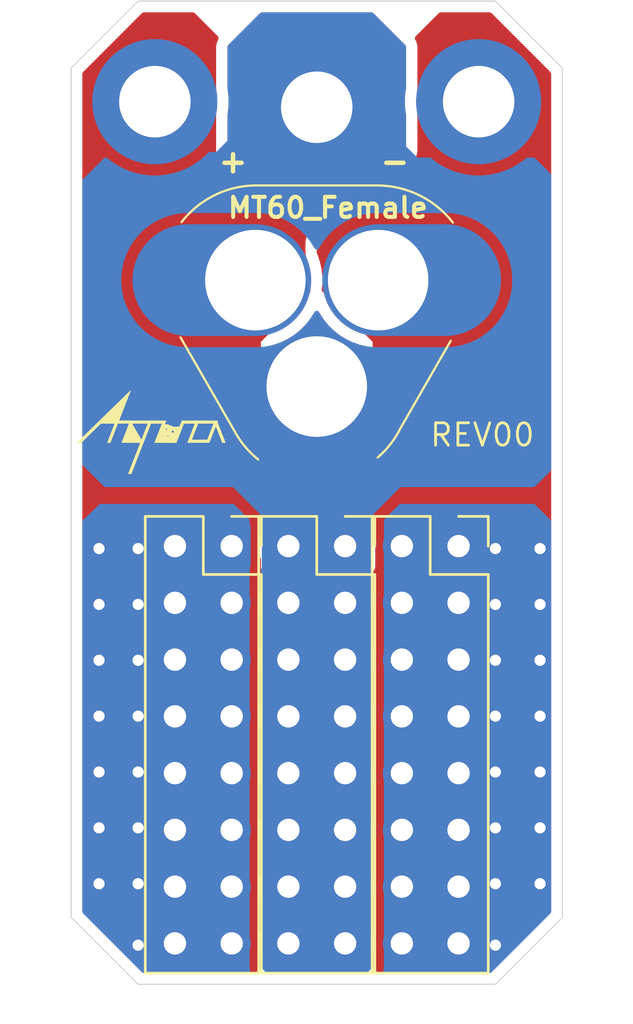
<source format=kicad_pcb>
(kicad_pcb (version 20241229) (generator "pcbnew") (generator_version "9.0")
  (title_block (title "back_connector_esc") (date "2025-09-06") (rev "00"))
  (layers (0 "F.Cu" signal) (2 "B.Cu" signal) (13 "F.Paste" user) (15 "B.Paste" user) (5 "F.SilkS" user "F.Silkscreen") (7 "B.SilkS" user "B.Silkscreen") (1 "F.Mask" user) (3 "B.Mask" user) (25 "Edge.Cuts" user))
  (net 0 "")
  (net 1 "PHASE1")
  (net 2 "PHASE2")
  (net 3 "PHASE3")
  (footprint "specific_footprint_library:aqua_rogo" (layer "F.Cu") (at 26.25 55)
    (property "Reference" "G***" (hide yes))
    (property "Value" "LOGO" (hide yes))
    (fp_poly (pts (xy -0.817754 -1.844853) (xy -0.82434 -1.826807) (xy -0.83518 -1.797946) (xy -0.849965 -1.759067) (xy -0.868388 -1.710968) (xy -0.890141 -1.654449) (xy -0.914916 -1.590307) (xy -0.942404 -1.519341) (xy -0.972299 -1.442349) (xy -1.004292 -1.36013) (xy -1.038075 -1.273481) (xy -1.07334 -1.183201) (xy -1.078767 -1.169322) (xy -1.114241 -1.078513) (xy -1.148279 -0.991176) (xy -1.180572 -0.908115) (xy -1.210812 -0.830129) (xy -1.23869 -0.758023) (xy -1.263899 -0.692597) (xy -1.28613 -0.634653) (xy -1.305075 -0.584993) (xy -1.320426 -0.54442) (xy -1.331874 -0.513734) (xy -1.339111 -0.493738) (xy -1.34183 -0.485233) (xy -1.34183 -0.485) (xy -1.334986 -0.484443) (xy -1.315522 -0.483903) (xy -1.284149 -0.483384) (xy -1.241581 -0.482889) (xy -1.18853 -0.482421) (xy -1.125708 -0.481985) (xy -1.053828 -0.481582) (xy -0.973602 -0.481218) (xy -0.885744 -0.480894) (xy -0.790965 -0.480615) (xy -0.689979 -0.480384) (xy -0.583497 -0.480204) (xy -0.472233 -0.480079) (xy -0.356898 -0.480012) (xy -0.286274 -0.48) (xy -0.168894 -0.479968) (xy -0.055187 -0.479871) (xy 0.054136 -0.479715) (xy 0.158366 -0.479503) (xy 0.256792 -0.479238) (xy 0.348704 -0.478923) (xy 0.433392 -0.478563) (xy 0.510146 -0.478162) (xy 0.578255 -0.477721) (xy 0.637009 -0.477246) (xy 0.685699 -0.47674) (xy 0.723613 -0.476205) (xy 0.750042 -0.475647) (xy 0.764275 -0.475068) (xy 0.766666 -0.474711) (xy 0.764309 -0.466796) (xy 0.757888 -0.449144) (xy 0.748383 -0.424359) (xy 0.736771 -0.395048) (xy 0.736666 -0.394787) (xy 0.725044 -0.365473) (xy 0.715518 -0.340689) (xy 0.709066 -0.323032) (xy 0.706666 -0.315097) (xy 0.706666 -0.315076) (xy 0.712868 -0.312947) (xy 0.729614 -0.311207) (xy 0.754118 -0.310074) (xy 0.775 -0.309755) (xy 0.843333 -0.309509) (xy 0.926666 -0.268267) (xy 0.985421 -0.241081) (xy 1.037434 -0.221615) (xy 1.086195 -0.20904) (xy 1.135195 -0.202528) (xy 1.187924 -0.201251) (xy 1.206666 -0.201834) (xy 1.259629 -0.205717) (xy 1.30047 -0.212432) (xy 1.32 -0.218036) (xy 1.356666 -0.230992) (xy 1.406098 -0.355496) (xy 1.455529 -0.48) (xy 2.268477 -0.48) (xy 2.389601 -0.479993) (xy 2.49808 -0.479966) (xy 2.594606 -0.479907) (xy 2.679867 -0.479807) (xy 2.754554 -0.479657) (xy 2.819356 -0.479447) (xy 2.874963 -0.479165) (xy 2.922065 -0.478804) (xy 2.96135 -0.478351) (xy 2.99351 -0.477799) (xy 3.019233 -0.477136) (xy 3.03921 -0.476352) (xy 3.054129 -0.475439) (xy 3.064681 -0.474385) (xy 3.071556 -0.47318) (xy 3.075443 -0.471816) (xy 3.077031 -0.470282) (xy 3.077011 -0.468567) (xy 3.076928 -0.468334) (xy 3.07243 -0.454441) (xy 3.066963 -0.434752) (xy 3.065749 -0.43) (xy 3.064641 -0.42454) (xy 3.064239 -0.418394) (xy 3.064862 -0.410676) (xy 3.066824 -0.400496) (xy 3.070442 -0.386967) (xy 3.076034 -0.3692) (xy 3.083916 -0.346307) (xy 3.094403 -0.317401) (xy 3.107813 -0.281592) (xy 3.124463 -0.237993) (xy 3.144668 -0.185716) (xy 3.168746 -0.123871) (xy 3.197012 -0.051573) (xy 3.229784 0.032069) (xy 3.236813 0.05) (xy 3.265851 0.124053) (xy 3.293507 0.194574) (xy 3.319392 0.260567) (xy 3.343114 0.321033) (xy 3.364281 0.374977) (xy 3.382503 0.421402) (xy 3.397388 0.459309) (xy 3.408544 0.487703) (xy 3.415582 0.505587) (xy 3.418076 0.511885) (xy 3.4169 0.515589) (xy 3.408553 0.517898) (xy 3.391298 0.518967) (xy 3.363401 0.518951) (xy 3.343503 0.518551) (xy 3.265412 0.516666) (xy 3.124372 0.155022) (xy 3.098664 0.089255) (xy 3.074345 0.027342) (xy 3.051853 -0.029628) (xy 3.031623 -0.080563) (xy 3.014093 -0.124372) (xy 2.999697 -0.159964) (xy 2.988874 -0.186248) (xy 2.982058 -0.202133) (xy 2.979734 -0.206645) (xy 2.97672 -0.200617) (xy 2.969324 -0.183258) (xy 2.957985 -0.155667) (xy 2.943144 -0.118944) (xy 2.92524 -0.074188) (xy 2.904714 -0.022499) (xy 2.882007 0.035025) (xy 2.857557 0.097284) (xy 2.837207 0.14933) (xy 2.81162 0.214824) (xy 2.787401 0.276674) (xy 2.764997 0.333749) (xy 2.744853 0.384921) (xy 2.727416 0.42906) (xy 2.713131 0.465037) (xy 2.702444 0.491723) (xy 2.695802 0.507988) (xy 2.69372 0.512707) (xy 2.688427 0.514209) (xy 2.674214 0.515488) (xy 2.650583 0.516547) (xy 2.617037 0.517394) (xy 2.573076 0.518034) (xy 2.518202 0.518472) (xy 2.451918 0.518714) (xy 2.373725 0.518765) (xy 2.283124 0.518632) (xy 2.19523 0.518376) (xy 1.7013 0.516666) (xy 1.759013 0.368859) (xy 1.915087 0.368859) (xy 1.916381 0.37118) (xy 1.920362 0.373074) (xy 1.928092 0.374574) (xy 1.940634 0.37571) (xy 1.959049 0.376515) (xy 1.9844 0.377019) (xy 2.017749 0.377255) (xy 2.060157 0.377253) (xy 2.112689 0.377046) (xy 2.176404 0.376664) (xy 2.252367 0.37614) (xy 2.254235 0.376126) (xy 2.596316 0.373696) (xy 2.609145 0.338515) (xy 2.616311 0.319382) (xy 2.627932 0.289022) (xy 2.64355 0.248604) (xy 2.662709 0.199297) (xy 2.684953 0.14227) (xy 2.709826 0.078693) (xy 2.736872 0.009734) (xy 2.765633 -0.063437) (xy 2.795654 -0.139651) (xy 2.80628 -0.16659) (xy 2.823839 -0.211149) (xy 2.839681 -0.251467) (xy 2.853178 -0.285936) (xy 2.863701 -0.31295) (xy 2.870624 -0.330902) (xy 2.873319 -0.338185) (xy 2.873333 -0.338256) (xy 2.866874 -0.338594) (xy 2.848328 -0.338909) (xy 2.81894 -0.339197) (xy 2.779958 -0.339451) (xy 2.732627 -0.339664) (xy 2.678193 -0.33983) (xy 2.617902 -0.339944) (xy 2.553 -0.339997) (xy 2.531309 -0.34) (xy 2.189285 -0.34) (xy 2.053983 0.006803) (xy 2.028729 0.071603) (xy 2.004893 0.132906) (xy 1.982924 0.189545) (xy 1.963272 0.240354) (xy 1.946386 0.284168) (xy 1.932716 0.31982) (xy 1.922712 0.346144) (xy 1.916824 0.361974) (xy 1.915417 0.366081) (xy 1.915087 0.368859) (xy 1.759013 0.368859) (xy 1.863992 0.1) (xy 1.89173 0.028931) (xy 1.918088 -0.038658) (xy 1.942656 -0.101713) (xy 1.965026 -0.159182) (xy 1.984787 -0.210013) (xy 2.001531 -0.253151) (xy 2.014848 -0.287544) (xy 2.02433 -0.312139) (xy 2.029567 -0.325883) (xy 2.030458 -0.328334) (xy 2.03078 -0.331395) (xy 2.028729 -0.33387) (xy 2.023052 -0.33582) (xy 2.012495 -0.337309) (xy 1.995805 -0.338397) (xy 1.97173 -0.339146) (xy 1.939017 -0.339619) (xy 1.896413 -0.339878) (xy 1.842664 -0.339984) (xy 1.794495 -0.34) (xy 1.728382 -0.339898) (xy 1.674558 -0.339568) (xy 1.631982 -0.338975) (xy 1.599612 -0.338081) (xy 1.576406 -0.336853) (xy 1.561322 -0.335254) (xy 1.553317 -0.333248) (xy 1.551399 -0.331667) (xy 1.547107 -0.320832) (xy 1.538502 -0.298941) (xy 1.526097 -0.267313) (xy 1.510411 -0.22727) (xy 1.491957 -0.180132) (xy 1.471253 -0.127217) (xy 1.448814 -0.069846) (xy 1.425156 -0.00934) (xy 1.400795 0.052983) (xy 1.376247 0.115801) (xy 1.352027 0.177795) (xy 1.328651 0.237645) (xy 1.306635 0.294031) (xy 1.286496 0.345633) (xy 1.268749 0.391131) (xy 1.253909 0.429204) (xy 1.242493 0.458534) (xy 1.235016 0.477799) (xy 1.232247 0.485) (xy 1.219042 0.52) (xy 0.722141 0.52) (xy 0.625612 0.519959) (xy 0.541667 0.519827) (xy 0.469557 0.519593) (xy 0.408533 0.519243) (xy 0.357847 0.518765) (xy 0.316748 0.518145) (xy 0.284489 0.517372) (xy 0.260319 0.516433) (xy 0.243491 0.515315) (xy 0.233254 0.514006) (xy 0.22886 0.512492) (xy 0.228616 0.511666) (xy 0.231416 0.504541) (xy 0.238581 0.486243) (xy 0.249623 0.45802) (xy 0.264055 0.421118) (xy 0.281391 0.376785) (xy 0.301142 0.326267) (xy 0.322821 0.27081) (xy 0.341684 0.222553) (xy 0.813333 0.222553) (xy 0.816182 0.238989) (xy 0.826453 0.245499) (xy 0.83975 0.245306) (xy 0.852313 0.24098) (xy 0.857793 0.229222) (xy 0.85869 0.222537) (xy 0.85801 0.206635) (xy 0.850658 0.199267) (xy 0.84797 0.198409) (xy 0.829734 0.198983) (xy 0.816987 0.209213) (xy 0.813333 0.222553) (xy 0.341684 0.222553) (xy 0.345941 0.211663) (xy 0.370015 0.150071) (xy 0.394555 0.087282) (xy 0.418509 0.025988) (xy 1.007244 0.025988) (xy 1.017106 0.046113) (xy 1.024232 0.052849) (xy 1.047782 0.06494) (xy 1.070696 0.06373) (xy 1.087261 0.054192) (xy 1.099426 0.038134) (xy 1.102666 0.01743) (xy 1.098427 -0.006811) (xy 1.084763 -0.022374) (xy 1.062019 -0.030597) (xy 1.044766 -0.031457) (xy 1.030645 -0.024064) (xy 1.023775 -0.017715) (xy 1.009462 0.003834) (xy 1.007244 0.025988) (xy 0.418509 0.025988) (xy 0.419074 0.024542) (xy 0.443085 -0.036902) (xy 0.464035 -0.090518) (xy 0.74 -0.090518) (xy 0.745171 -0.072019) (xy 0.75996 -0.062333) (xy 0.776633 -0.061367) (xy 0.789521 -0.06383) (xy 0.795232 -0.070542) (xy 0.796646 -0.08562) (xy 0.796666 -0.09) (xy 0.795704 -0.107316) (xy 0.791031 -0.115464) (xy 0.779962 -0.118569) (xy 0.77793 -0.118816) (xy 0.756735 -0.116504) (xy 0.743473 -0.105015) (xy 0.74 -0.090518) (xy 0.464035 -0.090518) (xy 0.4661 -0.095802) (xy 0.487633 -0.150913) (xy 0.507195 -0.200986) (xy 0.5243 -0.244776) (xy 0.538461 -0.281036) (xy 0.549189 -0.308518) (xy 0.555998 -0.325976) (xy 0.558243 -0.331751) (xy 0.556661 -0.334008) (xy 0.549271 -0.3358) (xy 0.535006 -0.337155) (xy 0.512798 -0.338105) (xy 0.481578 -0.338678) (xy 0.440278 -0.338905) (xy 0.387829 -0.338816) (xy 0.323164 -0.33844) (xy 0.320116 -0.338418) (xy 0.078742 -0.336667) (xy -0.361733 0.791666) (xy -0.802208 1.92) (xy -0.826104 1.918777) (xy -0.84476 1.917668) (xy -0.871152 1.915911) (xy -0.899725 1.913876) (xy -0.901066 1.913777) (xy -0.952132 1.91) (xy -0.682743 1.22) (xy -0.647016 1.128446) (xy -0.612676 1.040363) (xy -0.580032 0.956547) (xy -0.549393 0.877794) (xy -0.521068 0.804899) (xy -0.495364 0.73866) (xy -0.47259 0.679872) (xy -0.453056 0.629331) (xy -0.43707 0.587834) (xy -0.424939 0.556175) (xy -0.416974 0.535153) (xy -0.413482 0.525561) (xy -0.413344 0.52505) (xy -0.419821 0.524153) (xy -0.438501 0.523255) (xy -0.468254 0.522373) (xy -0.507952 0.521525) (xy -0.556464 0.520731) (xy -0.61266 0.520007) (xy -0.67541 0.519372) (xy -0.743585 0.518843) (xy -0.816055 0.51844) (xy -0.829363 0.518383) (xy -1.245391 0.516666) (xy -1.082655 0.1) (xy -1.05491 0.028932) (xy -1.028547 -0.038655) (xy -1.003975 -0.101709) (xy -0.981603 -0.159178) (xy -0.96184 -0.210008) (xy -0.945095 -0.253146) (xy -0.931779 -0.28754) (xy -0.922299 -0.312136) (xy -0.917066 -0.325882) (xy -0.916177 -0.328334) (xy -0.915982 -0.330236) (xy -0.757431 -0.330236) (xy -0.757022 -0.328521) (xy -0.752914 -0.320756) (xy -0.742689 -0.30257) (xy -0.726972 -0.275044) (xy -0.706388 -0.23926) (xy -0.681562 -0.196301) (xy -0.653119 -0.147248) (xy -0.621683 -0.093184) (xy -0.58788 -0.035191) (xy -0.565492 0.003145) (xy -0.522381 0.076912) (xy -0.485506 0.139996) (xy -0.454376 0.193227) (xy -0.428495 0.237433) (xy -0.407372 0.273443) (xy -0.390514 0.302084) (xy -0.377428 0.324187) (xy -0.36762 0.340578) (xy -0.360598 0.352087) (xy -0.355869 0.359543) (xy -0.352939 0.363773) (xy -0.351316 0.365606) (xy -0.350507 0.365871) (xy -0.350019 0.365396) (xy -0.349978 0.36535) (xy -0.347272 0.358933) (xy -0.340187 0.341261) (xy -0.329183 0.3135) (xy -0.31472 0.276822) (xy -0.297258 0.232393) (xy -0.277255 0.181382) (xy -0.255173 0.124959) (xy -0.23147 0.064291) (xy -0.22329 0.043333) (xy -0.198702 -0.019682) (xy -0.175235 -0.079815) (xy -0.153403 -0.13575) (xy -0.133719 -0.186171) (xy -0.116698 -0.229761) (xy -0.102853 -0.265204) (xy -0.092698 -0.291185) (xy -0.086748 -0.306386) (xy -0.085983 -0.308334) (xy -0.073528 -0.34) (xy -0.417478 -0.34) (xy -0.494068 -0.339979) (xy -0.558375 -0.339891) (xy -0.611446 -0.3397) (xy -0.654331 -0.339371) (xy -0.688079 -0.33887) (xy -0.713739 -0.338159) (xy -0.73236 -0.337205) (xy -0.74499 -0.335971) (xy -0.75268 -0.334422) (xy -0.756477 -0.332522) (xy -0.757431 -0.330236) (xy -0.915982 -0.330236) (xy -0.915867 -0.331362) (xy -0.917903 -0.333815) (xy -0.923523 -0.335753) (xy -0.933968 -0.337233) (xy -0.950475 -0.338314) (xy -0.974285 -0.339057) (xy -1.006636 -0.339518) (xy -1.048768 -0.339758) (xy -1.101919 -0.339835) (xy -1.157885 -0.339816) (xy -1.403334 -0.339631) (xy -1.570031 0.088517) (xy -1.736728 0.516666) (xy -1.811697 0.518551) (xy -1.846234 0.518851) (xy -1.870937 0.517846) (xy -1.884467 0.515621) (xy -1.886667 0.5138) (xy -1.8843 0.506609) (xy -1.877466 0.488046) (xy -1.866566 0.459154) (xy -1.852001 0.420975) (xy -1.834171 0.374551) (xy -1.813476 0.320924) (xy -1.790318 0.261136) (xy -1.765097 0.196228) (xy -1.738215 0.127244) (xy -1.725721 0.095249) (xy -1.698137 0.024598) (xy -1.671952 -0.042571) (xy -1.647576 -0.105199) (xy -1.62542 -0.162226) (xy -1.605895 -0.212594) (xy -1.58941 -0.255244) (xy -1.576377 -0.289115) (xy -1.567205 -0.31315) (xy -1.562305 -0.326288) (xy -1.56161 -0.328334) (xy -1.561492 -0.331088) (xy -1.563515 -0.333373) (xy -1.568802 -0.335231) (xy -1.578474 -0.336707) (xy -1.593655 -0.337844) (xy -1.615467 -0.338686) (xy -1.645031 -0.339276) (xy -1.68347 -0.339659) (xy -1.731907 -0.339879) (xy -1.791464 -0.339978) (xy -1.861093 -0.34) (xy -2.163741 -0.34) (xy -2.603538 0.089665) (xy -3.043334 0.519331) (xy -3.14663 0.519665) (xy -3.249926 0.52) (xy -3.17663 0.447383) (xy -3.151942 0.423004) (xy -3.119324 0.390923) (xy -3.07927 0.351622) (xy -3.032273 0.30558) (xy -2.978827 0.253278) (xy -2.919426 0.195197) (xy -2.854562 0.131818) (xy -2.784731 0.063621) (xy -2.710425 -0.008914) (xy -2.632138 -0.085305) (xy -2.550364 -0.165072) (xy -2.465596 -0.247734) (xy -2.378329 -0.332812) (xy -2.289055 -0.419823) (xy -2.198268 -0.508288) (xy -2.106462 -0.597726) (xy -2.014131 -0.687656) (xy -1.921768 -0.777598) (xy -1.829867 -0.867071) (xy -1.738922 -0.955594) (xy -1.649425 -1.042687) (xy -1.561872 -1.127869) (xy -1.476754 -1.210659) (xy -1.394567 -1.290577) (xy -1.315803 -1.367143) (xy -1.240957 -1.439875) (xy -1.170522 -1.508294) (xy -1.104991 -1.571917) (xy -1.044859 -1.630266) (xy -0.990618 -1.682858) (xy -0.942763 -1.729214) (xy -0.901788 -1.768853) (xy -0.868184 -1.801295) (xy -0.842448 -1.826057) (xy -0.825071 -1.842661) (xy -0.816548 -1.850625) (xy -0.815729 -1.851285)) (fill yes) (layer "F.SilkS"))
  )
  (footprint "Connector_PinSocket_2.54mm:PinSocket_2x08_P2.54mm_Vertical" (layer "F.Cu") (at 40.1 60.14)
    (property "Reference" "J4" (hide yes))
    (property "Value" "Conn_02x08_Odd_Even")
    (fp_line (start -3.87 -1.33) (end -3.87 19.11) (stroke (width 0.12)) (layer "F.SilkS"))
    (fp_line (start -3.87 -1.33) (end -1.27 -1.33) (stroke (width 0.12)) (layer "F.SilkS"))
    (fp_line (start -3.87 19.11) (end 1.33 19.11) (stroke (width 0.12)) (layer "F.SilkS"))
    (fp_line (start -1.27 -1.33) (end -1.27 1.27) (stroke (width 0.12)) (layer "F.SilkS"))
    (fp_line (start -1.27 1.27) (end 1.33 1.27) (stroke (width 0.12)) (layer "F.SilkS"))
    (fp_line (start 0 -1.33) (end 1.33 -1.33) (stroke (width 0.12)) (layer "F.SilkS"))
    (fp_line (start 1.33 -1.33) (end 1.33 0) (stroke (width 0.12)) (layer "F.SilkS"))
    (fp_line (start 1.33 1.27) (end 1.33 19.11) (stroke (width 0.12)) (layer "F.SilkS"))
    (pad "1" thru_hole rect (at 0 0) (size 1.7 1.7) (drill 1) (layers "*.Cu" "*.Mask") (net 3 "PHASE3"))
    (pad "2" thru_hole circle (at -2.54 0) (size 1.7 1.7) (drill 1) (layers "*.Cu" "*.Mask") (net 3 "PHASE3"))
    (pad "3" thru_hole circle (at 0 2.54) (size 1.7 1.7) (drill 1) (layers "*.Cu" "*.Mask") (net 3 "PHASE3"))
    (pad "4" thru_hole circle (at -2.54 2.54) (size 1.7 1.7) (drill 1) (layers "*.Cu" "*.Mask") (net 3 "PHASE3"))
    (pad "5" thru_hole circle (at 0 5.08) (size 1.7 1.7) (drill 1) (layers "*.Cu" "*.Mask") (net 3 "PHASE3"))
    (pad "6" thru_hole circle (at -2.54 5.08) (size 1.7 1.7) (drill 1) (layers "*.Cu" "*.Mask") (net 3 "PHASE3"))
    (pad "7" thru_hole circle (at 0 7.62) (size 1.7 1.7) (drill 1) (layers "*.Cu" "*.Mask") (net 3 "PHASE3"))
    (pad "8" thru_hole circle (at -2.54 7.62) (size 1.7 1.7) (drill 1) (layers "*.Cu" "*.Mask") (net 3 "PHASE3"))
    (pad "9" thru_hole circle (at 0 10.16) (size 1.7 1.7) (drill 1) (layers "*.Cu" "*.Mask") (net 3 "PHASE3"))
    (pad "10" thru_hole circle (at -2.54 10.16) (size 1.7 1.7) (drill 1) (layers "*.Cu" "*.Mask") (net 3 "PHASE3"))
    (pad "11" thru_hole circle (at 0 12.7) (size 1.7 1.7) (drill 1) (layers "*.Cu" "*.Mask") (net 3 "PHASE3"))
    (pad "12" thru_hole circle (at -2.54 12.7) (size 1.7 1.7) (drill 1) (layers "*.Cu" "*.Mask") (net 3 "PHASE3"))
    (pad "13" thru_hole circle (at 0 15.24) (size 1.7 1.7) (drill 1) (layers "*.Cu" "*.Mask") (net 3 "PHASE3"))
    (pad "14" thru_hole circle (at -2.54 15.24) (size 1.7 1.7) (drill 1) (layers "*.Cu" "*.Mask") (net 3 "PHASE3"))
    (pad "15" thru_hole circle (at 0 17.78) (size 1.7 1.7) (drill 1) (layers "*.Cu" "*.Mask") (net 3 "PHASE3"))
    (pad "16" thru_hole circle (at -2.54 17.78) (size 1.7 1.7) (drill 1) (layers "*.Cu" "*.Mask") (net 3 "PHASE3"))
  )
  (footprint "Connector_PinSocket_2.54mm:PinSocket_2x08_P2.54mm_Vertical" (layer "F.Cu") (at 35.02 60.14)
    (property "Reference" "J3" (hide yes))
    (property "Value" "Conn_02x08_Odd_Even")
    (fp_line (start -3.87 -1.33) (end -3.87 19.11) (stroke (width 0.12)) (layer "F.SilkS"))
    (fp_line (start -3.87 -1.33) (end -1.27 -1.33) (stroke (width 0.12)) (layer "F.SilkS"))
    (fp_line (start -3.87 19.11) (end 1.33 19.11) (stroke (width 0.12)) (layer "F.SilkS"))
    (fp_line (start -1.27 -1.33) (end -1.27 1.27) (stroke (width 0.12)) (layer "F.SilkS"))
    (fp_line (start -1.27 1.27) (end 1.33 1.27) (stroke (width 0.12)) (layer "F.SilkS"))
    (fp_line (start 0 -1.33) (end 1.33 -1.33) (stroke (width 0.12)) (layer "F.SilkS"))
    (fp_line (start 1.33 -1.33) (end 1.33 0) (stroke (width 0.12)) (layer "F.SilkS"))
    (fp_line (start 1.33 1.27) (end 1.33 19.11) (stroke (width 0.12)) (layer "F.SilkS"))
    (pad "1" thru_hole rect (at 0 0) (size 1.7 1.7) (drill 1) (layers "*.Cu" "*.Mask") (net 2 "PHASE2"))
    (pad "2" thru_hole circle (at -2.54 0) (size 1.7 1.7) (drill 1) (layers "*.Cu" "*.Mask") (net 2 "PHASE2"))
    (pad "3" thru_hole circle (at 0 2.54) (size 1.7 1.7) (drill 1) (layers "*.Cu" "*.Mask") (net 2 "PHASE2"))
    (pad "4" thru_hole circle (at -2.54 2.54) (size 1.7 1.7) (drill 1) (layers "*.Cu" "*.Mask") (net 2 "PHASE2"))
    (pad "5" thru_hole circle (at 0 5.08) (size 1.7 1.7) (drill 1) (layers "*.Cu" "*.Mask") (net 2 "PHASE2"))
    (pad "6" thru_hole circle (at -2.54 5.08) (size 1.7 1.7) (drill 1) (layers "*.Cu" "*.Mask") (net 2 "PHASE2"))
    (pad "7" thru_hole circle (at 0 7.62) (size 1.7 1.7) (drill 1) (layers "*.Cu" "*.Mask") (net 2 "PHASE2"))
    (pad "8" thru_hole circle (at -2.54 7.62) (size 1.7 1.7) (drill 1) (layers "*.Cu" "*.Mask") (net 2 "PHASE2"))
    (pad "9" thru_hole circle (at 0 10.16) (size 1.7 1.7) (drill 1) (layers "*.Cu" "*.Mask") (net 2 "PHASE2"))
    (pad "10" thru_hole circle (at -2.54 10.16) (size 1.7 1.7) (drill 1) (layers "*.Cu" "*.Mask") (net 2 "PHASE2"))
    (pad "11" thru_hole circle (at 0 12.7) (size 1.7 1.7) (drill 1) (layers "*.Cu" "*.Mask") (net 2 "PHASE2"))
    (pad "12" thru_hole circle (at -2.54 12.7) (size 1.7 1.7) (drill 1) (layers "*.Cu" "*.Mask") (net 2 "PHASE2"))
    (pad "13" thru_hole circle (at 0 15.24) (size 1.7 1.7) (drill 1) (layers "*.Cu" "*.Mask") (net 2 "PHASE2"))
    (pad "14" thru_hole circle (at -2.54 15.24) (size 1.7 1.7) (drill 1) (layers "*.Cu" "*.Mask") (net 2 "PHASE2"))
    (pad "15" thru_hole circle (at 0 17.78) (size 1.7 1.7) (drill 1) (layers "*.Cu" "*.Mask") (net 2 "PHASE2"))
    (pad "16" thru_hole circle (at -2.54 17.78) (size 1.7 1.7) (drill 1) (layers "*.Cu" "*.Mask") (net 2 "PHASE2"))
  )
  (footprint "MountingHole:MountingHole_3.2mm_M3_DIN965_Pad" (layer "F.Cu") (at 33.75 40.5)
    (property "Reference" "H2" (hide yes))
    (property "Value" "MountingHole_Pad")
    (pad "1" thru_hole circle (at 0 0) (size 5.6 5.6) (drill 3.2) (layers "*.Cu" "*.Mask") (net 2 "PHASE2"))
  )
  (footprint "specific_footprint_library:MT60_female" (layer "F.Cu") (at 33.75 50)
    (property "Reference" "MT60_Female" (at 0.5 -5 0) (layer "F.SilkS") (effects (font (size 0.9 0.9) (thickness 0.18) (bold yes))))
    (property "Value" "MT60F")
    (fp_line (start -3.65 5.05) (end -6.1 0.8) (stroke (width 0.1)) (layer "F.SilkS"))
    (fp_line (start 2.65 -6) (end -2.75 -6) (stroke (width 0.1)) (layer "F.SilkS"))
    (fp_line (start 3.7 4.95) (end 6 0.95) (stroke (width 0.1)) (layer "F.SilkS"))
    (fp_arc (start -6.057676 -4.355957) (mid -4.591767 -5.556076) (end -2.75 -6) (stroke (width 0.1)) (layer "F.SilkS"))
    (fp_arc (start -2.62118 6.26411) (mid -3.193813 5.706392) (end -3.65 5.05) (stroke (width 0.1)) (layer "F.SilkS"))
    (fp_arc (start 2.65 -6) (mid 4.568852 -5.57297) (end 6.097173 -4.336612) (stroke (width 0.1)) (layer "F.SilkS"))
    (fp_arc (start 3.7 4.958313) (mid 3.2713 5.6122) (end 2.728482 6.174961) (stroke (width 0.1)) (layer "F.SilkS"))
    (fp_text user "-" (at 2.75 -6.5 0) (layer "F.SilkS") (effects (font (thickness 0.2) (bold yes)) (justify left bottom)))
    (fp_text user "+" (at -4.5 -6.5 0) (layer "F.SilkS") (effects (font (thickness 0.2) (bold yes)) (justify left bottom)))
    (pad "1" thru_hole oval (at -2.75 -1.76314 90) (size 5 8) (drill 4.5 (offset 0 -1.5)) (layers "*.Cu" "*.Mask") (net 1 "PHASE1"))
    (pad "2" thru_hole oval (at 0 3 180) (size 5 8) (drill 4.5 (offset 0 -1.5)) (layers "*.Cu" "*.Mask") (net 2 "PHASE2"))
    (pad "3" thru_hole oval (at 2.75 -1.76314 270) (size 5 8) (drill 4.5 (offset 0 -1.5)) (layers "*.Cu" "*.Mask") (net 3 "PHASE3"))
  )
  (footprint "MountingHole:MountingHole_3.2mm_M3_DIN965_Pad" (layer "F.Cu") (at 26.5 40.25)
    (property "Reference" "H1" (hide yes))
    (property "Value" "MountingHole_Pad")
    (pad "1" thru_hole circle (at 0 0) (size 5.6 5.6) (drill 3.2) (layers "*.Cu" "*.Mask") (net 1 "PHASE1"))
  )
  (footprint "MountingHole:MountingHole_3.2mm_M3_DIN965_Pad" (layer "F.Cu") (at 41 40.25)
    (property "Reference" "H3" (hide yes))
    (property "Value" "MountingHole_Pad")
    (pad "1" thru_hole circle (at 0 0) (size 5.6 5.6) (drill 3.2) (layers "*.Cu" "*.Mask") (net 3 "PHASE3"))
  )
  (footprint "Connector_PinSocket_2.54mm:PinSocket_2x08_P2.54mm_Vertical" (layer "F.Cu") (at 29.94 60.14)
    (property "Reference" "J2" (hide yes))
    (property "Value" "Conn_02x08_Odd_Even")
    (fp_line (start -3.87 -1.33) (end -3.87 19.11) (stroke (width 0.12)) (layer "F.SilkS"))
    (fp_line (start -3.87 -1.33) (end -1.27 -1.33) (stroke (width 0.12)) (layer "F.SilkS"))
    (fp_line (start -3.87 19.11) (end 1.33 19.11) (stroke (width 0.12)) (layer "F.SilkS"))
    (fp_line (start -1.27 -1.33) (end -1.27 1.27) (stroke (width 0.12)) (layer "F.SilkS"))
    (fp_line (start -1.27 1.27) (end 1.33 1.27) (stroke (width 0.12)) (layer "F.SilkS"))
    (fp_line (start 0 -1.33) (end 1.33 -1.33) (stroke (width 0.12)) (layer "F.SilkS"))
    (fp_line (start 1.33 -1.33) (end 1.33 0) (stroke (width 0.12)) (layer "F.SilkS"))
    (fp_line (start 1.33 1.27) (end 1.33 19.11) (stroke (width 0.12)) (layer "F.SilkS"))
    (pad "1" thru_hole rect (at 0 0) (size 1.7 1.7) (drill 1) (layers "*.Cu" "*.Mask") (net 1 "PHASE1"))
    (pad "2" thru_hole circle (at -2.54 0) (size 1.7 1.7) (drill 1) (layers "*.Cu" "*.Mask") (net 1 "PHASE1"))
    (pad "3" thru_hole circle (at 0 2.54) (size 1.7 1.7) (drill 1) (layers "*.Cu" "*.Mask") (net 1 "PHASE1"))
    (pad "4" thru_hole circle (at -2.54 2.54) (size 1.7 1.7) (drill 1) (layers "*.Cu" "*.Mask") (net 1 "PHASE1"))
    (pad "5" thru_hole circle (at 0 5.08) (size 1.7 1.7) (drill 1) (layers "*.Cu" "*.Mask") (net 1 "PHASE1"))
    (pad "6" thru_hole circle (at -2.54 5.08) (size 1.7 1.7) (drill 1) (layers "*.Cu" "*.Mask") (net 1 "PHASE1"))
    (pad "7" thru_hole circle (at 0 7.62) (size 1.7 1.7) (drill 1) (layers "*.Cu" "*.Mask") (net 1 "PHASE1"))
    (pad "8" thru_hole circle (at -2.54 7.62) (size 1.7 1.7) (drill 1) (layers "*.Cu" "*.Mask") (net 1 "PHASE1"))
    (pad "9" thru_hole circle (at 0 10.16) (size 1.7 1.7) (drill 1) (layers "*.Cu" "*.Mask") (net 1 "PHASE1"))
    (pad "10" thru_hole circle (at -2.54 10.16) (size 1.7 1.7) (drill 1) (layers "*.Cu" "*.Mask") (net 1 "PHASE1"))
    (pad "11" thru_hole circle (at 0 12.7) (size 1.7 1.7) (drill 1) (layers "*.Cu" "*.Mask") (net 1 "PHASE1"))
    (pad "12" thru_hole circle (at -2.54 12.7) (size 1.7 1.7) (drill 1) (layers "*.Cu" "*.Mask") (net 1 "PHASE1"))
    (pad "13" thru_hole circle (at 0 15.24) (size 1.7 1.7) (drill 1) (layers "*.Cu" "*.Mask") (net 1 "PHASE1"))
    (pad "14" thru_hole circle (at -2.54 15.24) (size 1.7 1.7) (drill 1) (layers "*.Cu" "*.Mask") (net 1 "PHASE1"))
    (pad "15" thru_hole circle (at 0 17.78) (size 1.7 1.7) (drill 1) (layers "*.Cu" "*.Mask") (net 1 "PHASE1"))
    (pad "16" thru_hole circle (at -2.54 17.78) (size 1.7 1.7) (drill 1) (layers "*.Cu" "*.Mask") (net 1 "PHASE1"))
  )
  (gr_line (start 44.75 76.75) (end 41.75 79.75) (stroke (width 0.05)) (layer "Edge.Cuts"))
  (gr_line (start 44.75 76.75) (end 44.75 38.75) (stroke (width 0.05)) (layer "Edge.Cuts"))
  (gr_line (start 44.75 38.75) (end 41.75 35.75) (stroke (width 0.05)) (layer "Edge.Cuts"))
  (gr_line (start 25.75 35.75) (end 22.75 38.75) (stroke (width 0.05)) (layer "Edge.Cuts"))
  (gr_line (start 25.75 79.75) (end 22.75 76.75) (stroke (width 0.05)) (layer "Edge.Cuts"))
  (gr_line (start 41.75 79.75) (end 25.75 79.75) (stroke (width 0.05)) (layer "Edge.Cuts"))
  (gr_line (start 25.75 35.75) (end 41.75 35.75) (stroke (width 0.05)) (layer "Edge.Cuts"))
  (gr_line (start 22.75 38.75) (end 22.75 76.75) (stroke (width 0.05)) (layer "Edge.Cuts"))
  (gr_text "REV00" (at 38.75 55.75 0) (layer "F.SilkS") (effects (font (size 1 1) (thickness 0.125)) (justify left bottom)))
  (via (at 25.75 78) (size 1) (drill 0.5) (layers "F.Cu" "B.Cu") (net 1))
  (via (at 25.75 65.25) (size 1) (drill 0.5) (layers "F.Cu" "B.Cu") (net 1))
  (via (at 25.75 60.25) (size 1) (drill 0.5) (layers "F.Cu" "B.Cu") (net 1))
  (via (at 25.75 75.25) (size 1) (drill 0.5) (layers "F.Cu" "B.Cu") (net 1))
  (via (at 24 75.25) (size 1) (drill 0.5) (layers "F.Cu" "B.Cu") (net 1))
  (via (at 24 62.75) (size 1) (drill 0.5) (layers "F.Cu" "B.Cu") (net 1))
  (via (at 24 60.25) (size 1) (drill 0.5) (layers "F.Cu" "B.Cu") (net 1))
  (via (at 25.75 62.75) (size 1) (drill 0.5) (layers "F.Cu" "B.Cu") (net 1))
  (via (at 24 67.75) (size 1) (drill 0.5) (layers "F.Cu" "B.Cu") (net 1))
  (via (at 24 72.75) (size 1) (drill 0.5) (layers "F.Cu" "B.Cu") (net 1))
  (via (at 25.75 70.25) (size 1) (drill 0.5) (layers "F.Cu" "B.Cu") (net 1))
  (via (at 25.75 72.75) (size 1) (drill 0.5) (layers "F.Cu" "B.Cu") (net 1))
  (via (at 24 65.25) (size 1) (drill 0.5) (layers "F.Cu" "B.Cu") (net 1))
  (via (at 25.75 67.75) (size 1) (drill 0.5) (layers "F.Cu" "B.Cu") (net 1))
  (via (at 24 70.25) (size 1) (drill 0.5) (layers "F.Cu" "B.Cu") (net 1))
  (via (at 43.75 62.75) (size 1) (drill 0.5) (layers "F.Cu" "B.Cu") (net 3))
  (via (at 41.75 60.25) (size 1) (drill 0.5) (layers "F.Cu" "B.Cu") (net 3))
  (via (at 41.75 75.25) (size 1) (drill 0.5) (layers "F.Cu" "B.Cu") (net 3))
  (via (at 41.75 78) (size 1) (drill 0.5) (layers "F.Cu" "B.Cu") (net 3))
  (via (at 43.75 65.25) (size 1) (drill 0.5) (layers "F.Cu" "B.Cu") (net 3))
  (via (at 41.75 62.75) (size 1) (drill 0.5) (layers "F.Cu" "B.Cu") (net 3))
  (via (at 41.75 65.25) (size 1) (drill 0.5) (layers "F.Cu" "B.Cu") (net 3))
  (via (at 41.75 70.25) (size 1) (drill 0.5) (layers "F.Cu" "B.Cu") (net 3))
  (via (at 41.75 67.75) (size 1) (drill 0.5) (layers "F.Cu" "B.Cu") (net 3))
  (via (at 43.75 70.25) (size 1) (drill 0.5) (layers "F.Cu" "B.Cu") (net 3))
  (via (at 43.75 72.75) (size 1) (drill 0.5) (layers "F.Cu" "B.Cu") (net 3))
  (via (at 43.75 67.75) (size 1) (drill 0.5) (layers "F.Cu" "B.Cu") (net 3))
  (via (at 43.75 75.25) (size 1) (drill 0.5) (layers "F.Cu" "B.Cu") (net 3))
  (via (at 43.75 60.25) (size 1) (drill 0.5) (layers "F.Cu" "B.Cu") (net 3))
  (via (at 41.75 72.75) (size 1) (drill 0.5) (layers "F.Cu" "B.Cu") (net 3))
  (zone (net 3) (net_name "PHASE3") (layer "F.Cu") (priority 1) (connect_pads yes (clearance 0.5)) (min_thickness 0.25) (fill yes (thermal_gap 0.5) (thermal_bridge_width 0.5))
    (polygon (pts (xy 41.75 36) (xy 44.5 38.75) (xy 44.5 76.75) (xy 41.75 79.5) (xy 36.75 79.5) (xy 36.25 79) (xy 36.25 51) (xy 33.75 48.5) (xy 33.75 46.5) (xy 37.75 42.5) (xy 37.75 37.75) (xy 39.5 36)))
  )
  (zone (net 2) (net_name "PHASE2") (layer "F.Cu") (connect_pads yes (clearance 0.5)) (min_thickness 0.25) (fill yes (thermal_gap 0.5) (thermal_bridge_width 0.5))
    (polygon (pts (xy 32.5 49.75) (xy 31.25 51) (xy 31.25 79) (xy 31.75 79.5) (xy 35.75 79.5) (xy 36.25 79) (xy 36.25 51) (xy 35 49.75)))
  )
  (zone (net 1) (net_name "PHASE1") (layer "F.Cu") (connect_pads yes (clearance 0.5)) (min_thickness 0.25) (fill yes (thermal_gap 0.5) (thermal_bridge_width 0.5))
    (polygon (pts (xy 25.75 36) (xy 23 38.75) (xy 23 76.75) (xy 25.75 79.5) (xy 30.75 79.5) (xy 31.25 79) (xy 31.25 51) (xy 33.75 48.5) (xy 33.75 46.5) (xy 29.75 42.5) (xy 29.75 37.75) (xy 28 36)))
  )
  (zone (net 2) (net_name "PHASE2") (layer "F.Cu") (priority 2) (connect_pads yes (clearance 0.5)) (min_thickness 0.25) (fill yes (thermal_gap 0.5) (thermal_bridge_width 0.5))
    (polygon (pts (xy 29.75 37.75) (xy 31.75 35.75) (xy 35.75 35.75) (xy 37.75 37.75) (xy 37.75 42.5) (xy 35.75 44.5) (xy 31.75 44.5) (xy 29.75 42.5)))
  )
  (zone (net 3) (net_name "PHASE3") (layer "B.Cu") (connect_pads yes (clearance 0.5)) (min_thickness 0.25) (fill yes (thermal_gap 0.5) (thermal_bridge_width 0.5))
    (polygon (pts (xy 41.75 79.5) (xy 44.5 76.75) (xy 44.5 59.25) (xy 43.5 58.25) (xy 37 58.25) (xy 36.25 59) (xy 36.25 79) (xy 36.75 79.5)))
  )
  (zone (net 2) (net_name "PHASE2") (layer "B.Cu") (priority 3) (connect_pads yes (clearance 0.5)) (min_thickness 0.25) (fill yes (thermal_gap 0.5) (thermal_bridge_width 0.5))
    (polygon (pts (xy 31.25 36.25) (xy 29.75 37.75) (xy 29.75 42) (xy 29.25 42.5) (xy 24.5 42.5) (xy 23.25 43.75) (xy 23.25 56.5) (xy 24.25 57.5) (xy 30 57.5) (xy 31.25 58.75) (xy 31.25 79) (xy 31.75 79.5) (xy 35.75 79.5) (xy 36.25 79) (xy 36.25 58.75) (xy 37.5 57.5) (xy 43.5 57.5) (xy 44.5 56.5) (xy 44.5 43.75) (xy 43.5 42.75) (xy 38.25 42.75) (xy 37.75 42.25) (xy 37.75 37.75) (xy 36.25 36.25)))
  )
  (zone (net 1) (net_name "PHASE1") (layer "B.Cu") (connect_pads yes (clearance 0.5)) (min_thickness 0.25) (fill yes (thermal_gap 0.5) (thermal_bridge_width 0.5))
    (polygon (pts (xy 23 76.75) (xy 25.75 79.5) (xy 30.75 79.5) (xy 31.25 79) (xy 31.224751 59) (xy 30.512624 58.25) (xy 24.037991 58.25) (xy 23 59.25)))
  )
)
</source>
